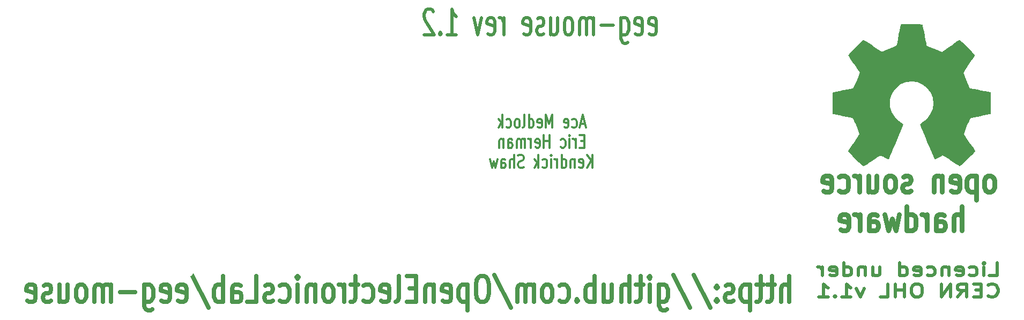
<source format=gbo>
G04 (created by PCBNEW-RS274X (2012-apr-16-27)-stable) date Sat 21 Dec 2013 03:19:58 PM CET*
G01*
G70*
G90*
%MOIN*%
G04 Gerber Fmt 3.4, Leading zero omitted, Abs format*
%FSLAX34Y34*%
G04 APERTURE LIST*
%ADD10C,0.008000*%
%ADD11C,0.012000*%
%ADD12C,0.020000*%
%ADD13C,0.025000*%
%ADD14C,0.030000*%
%ADD15C,0.000100*%
%ADD16R,0.059100X0.059100*%
%ADD17C,0.059100*%
%ADD18R,0.060000X0.060000*%
%ADD19C,0.060000*%
%ADD20C,0.106300*%
%ADD21C,0.145700*%
G04 APERTURE END LIST*
G54D10*
G54D11*
X54685Y-29795D02*
X54399Y-29795D01*
X54742Y-30024D02*
X54542Y-29224D01*
X54342Y-30024D01*
X53885Y-29986D02*
X53942Y-30024D01*
X54056Y-30024D01*
X54114Y-29986D01*
X54142Y-29948D01*
X54171Y-29871D01*
X54171Y-29643D01*
X54142Y-29567D01*
X54114Y-29529D01*
X54056Y-29490D01*
X53942Y-29490D01*
X53885Y-29529D01*
X53400Y-29986D02*
X53457Y-30024D01*
X53571Y-30024D01*
X53628Y-29986D01*
X53657Y-29910D01*
X53657Y-29605D01*
X53628Y-29529D01*
X53571Y-29490D01*
X53457Y-29490D01*
X53400Y-29529D01*
X53371Y-29605D01*
X53371Y-29681D01*
X53657Y-29757D01*
X52657Y-30024D02*
X52657Y-29224D01*
X52457Y-29795D01*
X52257Y-29224D01*
X52257Y-30024D01*
X51743Y-29986D02*
X51800Y-30024D01*
X51914Y-30024D01*
X51971Y-29986D01*
X52000Y-29910D01*
X52000Y-29605D01*
X51971Y-29529D01*
X51914Y-29490D01*
X51800Y-29490D01*
X51743Y-29529D01*
X51714Y-29605D01*
X51714Y-29681D01*
X52000Y-29757D01*
X51200Y-30024D02*
X51200Y-29224D01*
X51200Y-29986D02*
X51257Y-30024D01*
X51371Y-30024D01*
X51429Y-29986D01*
X51457Y-29948D01*
X51486Y-29871D01*
X51486Y-29643D01*
X51457Y-29567D01*
X51429Y-29529D01*
X51371Y-29490D01*
X51257Y-29490D01*
X51200Y-29529D01*
X50828Y-30024D02*
X50886Y-29986D01*
X50914Y-29910D01*
X50914Y-29224D01*
X50514Y-30024D02*
X50572Y-29986D01*
X50600Y-29948D01*
X50629Y-29871D01*
X50629Y-29643D01*
X50600Y-29567D01*
X50572Y-29529D01*
X50514Y-29490D01*
X50429Y-29490D01*
X50372Y-29529D01*
X50343Y-29567D01*
X50314Y-29643D01*
X50314Y-29871D01*
X50343Y-29948D01*
X50372Y-29986D01*
X50429Y-30024D01*
X50514Y-30024D01*
X49800Y-29986D02*
X49857Y-30024D01*
X49971Y-30024D01*
X50029Y-29986D01*
X50057Y-29948D01*
X50086Y-29871D01*
X50086Y-29643D01*
X50057Y-29567D01*
X50029Y-29529D01*
X49971Y-29490D01*
X49857Y-29490D01*
X49800Y-29529D01*
X49543Y-30024D02*
X49543Y-29224D01*
X49486Y-29719D02*
X49315Y-30024D01*
X49315Y-29490D02*
X49543Y-29795D01*
X54642Y-30845D02*
X54442Y-30845D01*
X54356Y-31264D02*
X54642Y-31264D01*
X54642Y-30464D01*
X54356Y-30464D01*
X54099Y-31264D02*
X54099Y-30730D01*
X54099Y-30883D02*
X54071Y-30807D01*
X54042Y-30769D01*
X53985Y-30730D01*
X53928Y-30730D01*
X53728Y-31264D02*
X53728Y-30730D01*
X53728Y-30464D02*
X53757Y-30502D01*
X53728Y-30540D01*
X53700Y-30502D01*
X53728Y-30464D01*
X53728Y-30540D01*
X53185Y-31226D02*
X53242Y-31264D01*
X53356Y-31264D01*
X53414Y-31226D01*
X53442Y-31188D01*
X53471Y-31111D01*
X53471Y-30883D01*
X53442Y-30807D01*
X53414Y-30769D01*
X53356Y-30730D01*
X53242Y-30730D01*
X53185Y-30769D01*
X52471Y-31264D02*
X52471Y-30464D01*
X52471Y-30845D02*
X52128Y-30845D01*
X52128Y-31264D02*
X52128Y-30464D01*
X51614Y-31226D02*
X51671Y-31264D01*
X51785Y-31264D01*
X51842Y-31226D01*
X51871Y-31150D01*
X51871Y-30845D01*
X51842Y-30769D01*
X51785Y-30730D01*
X51671Y-30730D01*
X51614Y-30769D01*
X51585Y-30845D01*
X51585Y-30921D01*
X51871Y-30997D01*
X51328Y-31264D02*
X51328Y-30730D01*
X51328Y-30883D02*
X51300Y-30807D01*
X51271Y-30769D01*
X51214Y-30730D01*
X51157Y-30730D01*
X50957Y-31264D02*
X50957Y-30730D01*
X50957Y-30807D02*
X50929Y-30769D01*
X50871Y-30730D01*
X50786Y-30730D01*
X50729Y-30769D01*
X50700Y-30845D01*
X50700Y-31264D01*
X50700Y-30845D02*
X50671Y-30769D01*
X50614Y-30730D01*
X50529Y-30730D01*
X50471Y-30769D01*
X50443Y-30845D01*
X50443Y-31264D01*
X49900Y-31264D02*
X49900Y-30845D01*
X49929Y-30769D01*
X49986Y-30730D01*
X50100Y-30730D01*
X50157Y-30769D01*
X49900Y-31226D02*
X49957Y-31264D01*
X50100Y-31264D01*
X50157Y-31226D01*
X50186Y-31150D01*
X50186Y-31073D01*
X50157Y-30997D01*
X50100Y-30959D01*
X49957Y-30959D01*
X49900Y-30921D01*
X49614Y-30730D02*
X49614Y-31264D01*
X49614Y-30807D02*
X49586Y-30769D01*
X49528Y-30730D01*
X49443Y-30730D01*
X49386Y-30769D01*
X49357Y-30845D01*
X49357Y-31264D01*
X55157Y-32504D02*
X55157Y-31704D01*
X54814Y-32504D02*
X55071Y-32047D01*
X54814Y-31704D02*
X55157Y-32161D01*
X54329Y-32466D02*
X54386Y-32504D01*
X54500Y-32504D01*
X54557Y-32466D01*
X54586Y-32390D01*
X54586Y-32085D01*
X54557Y-32009D01*
X54500Y-31970D01*
X54386Y-31970D01*
X54329Y-32009D01*
X54300Y-32085D01*
X54300Y-32161D01*
X54586Y-32237D01*
X54043Y-31970D02*
X54043Y-32504D01*
X54043Y-32047D02*
X54015Y-32009D01*
X53957Y-31970D01*
X53872Y-31970D01*
X53815Y-32009D01*
X53786Y-32085D01*
X53786Y-32504D01*
X53243Y-32504D02*
X53243Y-31704D01*
X53243Y-32466D02*
X53300Y-32504D01*
X53414Y-32504D01*
X53472Y-32466D01*
X53500Y-32428D01*
X53529Y-32351D01*
X53529Y-32123D01*
X53500Y-32047D01*
X53472Y-32009D01*
X53414Y-31970D01*
X53300Y-31970D01*
X53243Y-32009D01*
X52957Y-32504D02*
X52957Y-31970D01*
X52957Y-32123D02*
X52929Y-32047D01*
X52900Y-32009D01*
X52843Y-31970D01*
X52786Y-31970D01*
X52586Y-32504D02*
X52586Y-31970D01*
X52586Y-31704D02*
X52615Y-31742D01*
X52586Y-31780D01*
X52558Y-31742D01*
X52586Y-31704D01*
X52586Y-31780D01*
X52043Y-32466D02*
X52100Y-32504D01*
X52214Y-32504D01*
X52272Y-32466D01*
X52300Y-32428D01*
X52329Y-32351D01*
X52329Y-32123D01*
X52300Y-32047D01*
X52272Y-32009D01*
X52214Y-31970D01*
X52100Y-31970D01*
X52043Y-32009D01*
X51786Y-32504D02*
X51786Y-31704D01*
X51729Y-32199D02*
X51558Y-32504D01*
X51558Y-31970D02*
X51786Y-32275D01*
X50872Y-32466D02*
X50786Y-32504D01*
X50643Y-32504D01*
X50586Y-32466D01*
X50557Y-32428D01*
X50529Y-32351D01*
X50529Y-32275D01*
X50557Y-32199D01*
X50586Y-32161D01*
X50643Y-32123D01*
X50757Y-32085D01*
X50815Y-32047D01*
X50843Y-32009D01*
X50872Y-31932D01*
X50872Y-31856D01*
X50843Y-31780D01*
X50815Y-31742D01*
X50757Y-31704D01*
X50615Y-31704D01*
X50529Y-31742D01*
X50272Y-32504D02*
X50272Y-31704D01*
X50015Y-32504D02*
X50015Y-32085D01*
X50044Y-32009D01*
X50101Y-31970D01*
X50186Y-31970D01*
X50244Y-32009D01*
X50272Y-32047D01*
X49472Y-32504D02*
X49472Y-32085D01*
X49501Y-32009D01*
X49558Y-31970D01*
X49672Y-31970D01*
X49729Y-32009D01*
X49472Y-32466D02*
X49529Y-32504D01*
X49672Y-32504D01*
X49729Y-32466D01*
X49758Y-32390D01*
X49758Y-32313D01*
X49729Y-32237D01*
X49672Y-32199D01*
X49529Y-32199D01*
X49472Y-32161D01*
X49243Y-31970D02*
X49129Y-32504D01*
X49015Y-32123D01*
X48900Y-32504D01*
X48786Y-31970D01*
G54D12*
X58685Y-24171D02*
X58780Y-24248D01*
X58971Y-24248D01*
X59066Y-24171D01*
X59114Y-24019D01*
X59114Y-23410D01*
X59066Y-23257D01*
X58971Y-23181D01*
X58780Y-23181D01*
X58685Y-23257D01*
X58637Y-23410D01*
X58637Y-23562D01*
X59114Y-23714D01*
X57828Y-24171D02*
X57923Y-24248D01*
X58114Y-24248D01*
X58209Y-24171D01*
X58257Y-24019D01*
X58257Y-23410D01*
X58209Y-23257D01*
X58114Y-23181D01*
X57923Y-23181D01*
X57828Y-23257D01*
X57780Y-23410D01*
X57780Y-23562D01*
X58257Y-23714D01*
X56923Y-23181D02*
X56923Y-24476D01*
X56971Y-24629D01*
X57019Y-24705D01*
X57114Y-24781D01*
X57257Y-24781D01*
X57352Y-24705D01*
X56923Y-24171D02*
X57019Y-24248D01*
X57209Y-24248D01*
X57304Y-24171D01*
X57352Y-24095D01*
X57400Y-23943D01*
X57400Y-23486D01*
X57352Y-23333D01*
X57304Y-23257D01*
X57209Y-23181D01*
X57019Y-23181D01*
X56923Y-23257D01*
X56447Y-23638D02*
X55685Y-23638D01*
X55209Y-24248D02*
X55209Y-23181D01*
X55209Y-23333D02*
X55161Y-23257D01*
X55066Y-23181D01*
X54923Y-23181D01*
X54828Y-23257D01*
X54780Y-23410D01*
X54780Y-24248D01*
X54780Y-23410D02*
X54733Y-23257D01*
X54637Y-23181D01*
X54495Y-23181D01*
X54399Y-23257D01*
X54352Y-23410D01*
X54352Y-24248D01*
X53733Y-24248D02*
X53828Y-24171D01*
X53876Y-24095D01*
X53924Y-23943D01*
X53924Y-23486D01*
X53876Y-23333D01*
X53828Y-23257D01*
X53733Y-23181D01*
X53590Y-23181D01*
X53495Y-23257D01*
X53447Y-23333D01*
X53400Y-23486D01*
X53400Y-23943D01*
X53447Y-24095D01*
X53495Y-24171D01*
X53590Y-24248D01*
X53733Y-24248D01*
X52542Y-23181D02*
X52542Y-24248D01*
X52971Y-23181D02*
X52971Y-24019D01*
X52923Y-24171D01*
X52828Y-24248D01*
X52685Y-24248D01*
X52590Y-24171D01*
X52542Y-24095D01*
X52114Y-24171D02*
X52018Y-24248D01*
X51828Y-24248D01*
X51733Y-24171D01*
X51685Y-24019D01*
X51685Y-23943D01*
X51733Y-23790D01*
X51828Y-23714D01*
X51971Y-23714D01*
X52066Y-23638D01*
X52114Y-23486D01*
X52114Y-23410D01*
X52066Y-23257D01*
X51971Y-23181D01*
X51828Y-23181D01*
X51733Y-23257D01*
X50875Y-24171D02*
X50970Y-24248D01*
X51161Y-24248D01*
X51256Y-24171D01*
X51304Y-24019D01*
X51304Y-23410D01*
X51256Y-23257D01*
X51161Y-23181D01*
X50970Y-23181D01*
X50875Y-23257D01*
X50827Y-23410D01*
X50827Y-23562D01*
X51304Y-23714D01*
X49637Y-24248D02*
X49637Y-23181D01*
X49637Y-23486D02*
X49589Y-23333D01*
X49542Y-23257D01*
X49446Y-23181D01*
X49351Y-23181D01*
X48637Y-24171D02*
X48732Y-24248D01*
X48923Y-24248D01*
X49018Y-24171D01*
X49066Y-24019D01*
X49066Y-23410D01*
X49018Y-23257D01*
X48923Y-23181D01*
X48732Y-23181D01*
X48637Y-23257D01*
X48589Y-23410D01*
X48589Y-23562D01*
X49066Y-23714D01*
X48256Y-23181D02*
X48018Y-24248D01*
X47780Y-23181D01*
X46113Y-24248D02*
X46685Y-24248D01*
X46399Y-24248D02*
X46399Y-22648D01*
X46494Y-22876D01*
X46589Y-23029D01*
X46685Y-23105D01*
X45685Y-24095D02*
X45637Y-24171D01*
X45685Y-24248D01*
X45733Y-24171D01*
X45685Y-24095D01*
X45685Y-24248D01*
X45257Y-22800D02*
X45209Y-22724D01*
X45114Y-22648D01*
X44876Y-22648D01*
X44780Y-22724D01*
X44733Y-22800D01*
X44685Y-22952D01*
X44685Y-23105D01*
X44733Y-23333D01*
X45304Y-24248D01*
X44685Y-24248D01*
G54D13*
X67388Y-40848D02*
X67388Y-39248D01*
X66874Y-40848D02*
X66874Y-40010D01*
X66931Y-39857D01*
X67045Y-39781D01*
X67217Y-39781D01*
X67331Y-39857D01*
X67388Y-39933D01*
X66474Y-39781D02*
X66017Y-39781D01*
X66302Y-39248D02*
X66302Y-40619D01*
X66245Y-40771D01*
X66131Y-40848D01*
X66017Y-40848D01*
X65788Y-39781D02*
X65331Y-39781D01*
X65616Y-39248D02*
X65616Y-40619D01*
X65559Y-40771D01*
X65445Y-40848D01*
X65331Y-40848D01*
X64930Y-39781D02*
X64930Y-41381D01*
X64930Y-39857D02*
X64816Y-39781D01*
X64587Y-39781D01*
X64473Y-39857D01*
X64416Y-39933D01*
X64359Y-40086D01*
X64359Y-40543D01*
X64416Y-40695D01*
X64473Y-40771D01*
X64587Y-40848D01*
X64816Y-40848D01*
X64930Y-40771D01*
X63901Y-40771D02*
X63787Y-40848D01*
X63559Y-40848D01*
X63444Y-40771D01*
X63387Y-40619D01*
X63387Y-40543D01*
X63444Y-40390D01*
X63559Y-40314D01*
X63730Y-40314D01*
X63844Y-40238D01*
X63901Y-40086D01*
X63901Y-40010D01*
X63844Y-39857D01*
X63730Y-39781D01*
X63559Y-39781D01*
X63444Y-39857D01*
X62873Y-40695D02*
X62816Y-40771D01*
X62873Y-40848D01*
X62930Y-40771D01*
X62873Y-40695D01*
X62873Y-40848D01*
X62873Y-39857D02*
X62816Y-39933D01*
X62873Y-40010D01*
X62930Y-39933D01*
X62873Y-39857D01*
X62873Y-40010D01*
X61445Y-39171D02*
X62474Y-41229D01*
X60188Y-39171D02*
X61217Y-41229D01*
X59274Y-39781D02*
X59274Y-41076D01*
X59331Y-41229D01*
X59388Y-41305D01*
X59503Y-41381D01*
X59674Y-41381D01*
X59788Y-41305D01*
X59274Y-40771D02*
X59388Y-40848D01*
X59617Y-40848D01*
X59731Y-40771D01*
X59788Y-40695D01*
X59845Y-40543D01*
X59845Y-40086D01*
X59788Y-39933D01*
X59731Y-39857D01*
X59617Y-39781D01*
X59388Y-39781D01*
X59274Y-39857D01*
X58702Y-40848D02*
X58702Y-39781D01*
X58702Y-39248D02*
X58759Y-39324D01*
X58702Y-39400D01*
X58645Y-39324D01*
X58702Y-39248D01*
X58702Y-39400D01*
X58303Y-39781D02*
X57846Y-39781D01*
X58131Y-39248D02*
X58131Y-40619D01*
X58074Y-40771D01*
X57960Y-40848D01*
X57846Y-40848D01*
X57445Y-40848D02*
X57445Y-39248D01*
X56931Y-40848D02*
X56931Y-40010D01*
X56988Y-39857D01*
X57102Y-39781D01*
X57274Y-39781D01*
X57388Y-39857D01*
X57445Y-39933D01*
X55845Y-39781D02*
X55845Y-40848D01*
X56359Y-39781D02*
X56359Y-40619D01*
X56302Y-40771D01*
X56188Y-40848D01*
X56016Y-40848D01*
X55902Y-40771D01*
X55845Y-40695D01*
X55273Y-40848D02*
X55273Y-39248D01*
X55273Y-39857D02*
X55159Y-39781D01*
X54930Y-39781D01*
X54816Y-39857D01*
X54759Y-39933D01*
X54702Y-40086D01*
X54702Y-40543D01*
X54759Y-40695D01*
X54816Y-40771D01*
X54930Y-40848D01*
X55159Y-40848D01*
X55273Y-40771D01*
X54187Y-40695D02*
X54130Y-40771D01*
X54187Y-40848D01*
X54244Y-40771D01*
X54187Y-40695D01*
X54187Y-40848D01*
X53102Y-40771D02*
X53216Y-40848D01*
X53445Y-40848D01*
X53559Y-40771D01*
X53616Y-40695D01*
X53673Y-40543D01*
X53673Y-40086D01*
X53616Y-39933D01*
X53559Y-39857D01*
X53445Y-39781D01*
X53216Y-39781D01*
X53102Y-39857D01*
X52416Y-40848D02*
X52530Y-40771D01*
X52587Y-40695D01*
X52644Y-40543D01*
X52644Y-40086D01*
X52587Y-39933D01*
X52530Y-39857D01*
X52416Y-39781D01*
X52244Y-39781D01*
X52130Y-39857D01*
X52073Y-39933D01*
X52016Y-40086D01*
X52016Y-40543D01*
X52073Y-40695D01*
X52130Y-40771D01*
X52244Y-40848D01*
X52416Y-40848D01*
X51501Y-40848D02*
X51501Y-39781D01*
X51501Y-39933D02*
X51444Y-39857D01*
X51330Y-39781D01*
X51158Y-39781D01*
X51044Y-39857D01*
X50987Y-40010D01*
X50987Y-40848D01*
X50987Y-40010D02*
X50930Y-39857D01*
X50816Y-39781D01*
X50644Y-39781D01*
X50530Y-39857D01*
X50473Y-40010D01*
X50473Y-40848D01*
X49044Y-39171D02*
X50073Y-41229D01*
X48416Y-39248D02*
X48187Y-39248D01*
X48073Y-39324D01*
X47959Y-39476D01*
X47901Y-39781D01*
X47901Y-40314D01*
X47959Y-40619D01*
X48073Y-40771D01*
X48187Y-40848D01*
X48416Y-40848D01*
X48530Y-40771D01*
X48644Y-40619D01*
X48701Y-40314D01*
X48701Y-39781D01*
X48644Y-39476D01*
X48530Y-39324D01*
X48416Y-39248D01*
X47387Y-39781D02*
X47387Y-41381D01*
X47387Y-39857D02*
X47273Y-39781D01*
X47044Y-39781D01*
X46930Y-39857D01*
X46873Y-39933D01*
X46816Y-40086D01*
X46816Y-40543D01*
X46873Y-40695D01*
X46930Y-40771D01*
X47044Y-40848D01*
X47273Y-40848D01*
X47387Y-40771D01*
X45844Y-40771D02*
X45958Y-40848D01*
X46187Y-40848D01*
X46301Y-40771D01*
X46358Y-40619D01*
X46358Y-40010D01*
X46301Y-39857D01*
X46187Y-39781D01*
X45958Y-39781D01*
X45844Y-39857D01*
X45787Y-40010D01*
X45787Y-40162D01*
X46358Y-40314D01*
X45272Y-39781D02*
X45272Y-40848D01*
X45272Y-39933D02*
X45215Y-39857D01*
X45101Y-39781D01*
X44929Y-39781D01*
X44815Y-39857D01*
X44758Y-40010D01*
X44758Y-40848D01*
X44186Y-40010D02*
X43786Y-40010D01*
X43615Y-40848D02*
X44186Y-40848D01*
X44186Y-39248D01*
X43615Y-39248D01*
X42929Y-40848D02*
X43043Y-40771D01*
X43100Y-40619D01*
X43100Y-39248D01*
X42014Y-40771D02*
X42128Y-40848D01*
X42357Y-40848D01*
X42471Y-40771D01*
X42528Y-40619D01*
X42528Y-40010D01*
X42471Y-39857D01*
X42357Y-39781D01*
X42128Y-39781D01*
X42014Y-39857D01*
X41957Y-40010D01*
X41957Y-40162D01*
X42528Y-40314D01*
X40928Y-40771D02*
X41042Y-40848D01*
X41271Y-40848D01*
X41385Y-40771D01*
X41442Y-40695D01*
X41499Y-40543D01*
X41499Y-40086D01*
X41442Y-39933D01*
X41385Y-39857D01*
X41271Y-39781D01*
X41042Y-39781D01*
X40928Y-39857D01*
X40585Y-39781D02*
X40128Y-39781D01*
X40413Y-39248D02*
X40413Y-40619D01*
X40356Y-40771D01*
X40242Y-40848D01*
X40128Y-40848D01*
X39727Y-40848D02*
X39727Y-39781D01*
X39727Y-40086D02*
X39670Y-39933D01*
X39613Y-39857D01*
X39499Y-39781D01*
X39384Y-39781D01*
X38813Y-40848D02*
X38927Y-40771D01*
X38984Y-40695D01*
X39041Y-40543D01*
X39041Y-40086D01*
X38984Y-39933D01*
X38927Y-39857D01*
X38813Y-39781D01*
X38641Y-39781D01*
X38527Y-39857D01*
X38470Y-39933D01*
X38413Y-40086D01*
X38413Y-40543D01*
X38470Y-40695D01*
X38527Y-40771D01*
X38641Y-40848D01*
X38813Y-40848D01*
X37898Y-39781D02*
X37898Y-40848D01*
X37898Y-39933D02*
X37841Y-39857D01*
X37727Y-39781D01*
X37555Y-39781D01*
X37441Y-39857D01*
X37384Y-40010D01*
X37384Y-40848D01*
X36812Y-40848D02*
X36812Y-39781D01*
X36812Y-39248D02*
X36869Y-39324D01*
X36812Y-39400D01*
X36755Y-39324D01*
X36812Y-39248D01*
X36812Y-39400D01*
X35727Y-40771D02*
X35841Y-40848D01*
X36070Y-40848D01*
X36184Y-40771D01*
X36241Y-40695D01*
X36298Y-40543D01*
X36298Y-40086D01*
X36241Y-39933D01*
X36184Y-39857D01*
X36070Y-39781D01*
X35841Y-39781D01*
X35727Y-39857D01*
X35269Y-40771D02*
X35155Y-40848D01*
X34927Y-40848D01*
X34812Y-40771D01*
X34755Y-40619D01*
X34755Y-40543D01*
X34812Y-40390D01*
X34927Y-40314D01*
X35098Y-40314D01*
X35212Y-40238D01*
X35269Y-40086D01*
X35269Y-40010D01*
X35212Y-39857D01*
X35098Y-39781D01*
X34927Y-39781D01*
X34812Y-39857D01*
X33670Y-40848D02*
X34241Y-40848D01*
X34241Y-39248D01*
X32756Y-40848D02*
X32756Y-40010D01*
X32813Y-39857D01*
X32927Y-39781D01*
X33156Y-39781D01*
X33270Y-39857D01*
X32756Y-40771D02*
X32870Y-40848D01*
X33156Y-40848D01*
X33270Y-40771D01*
X33327Y-40619D01*
X33327Y-40467D01*
X33270Y-40314D01*
X33156Y-40238D01*
X32870Y-40238D01*
X32756Y-40162D01*
X32184Y-40848D02*
X32184Y-39248D01*
X32184Y-39857D02*
X32070Y-39781D01*
X31841Y-39781D01*
X31727Y-39857D01*
X31670Y-39933D01*
X31613Y-40086D01*
X31613Y-40543D01*
X31670Y-40695D01*
X31727Y-40771D01*
X31841Y-40848D01*
X32070Y-40848D01*
X32184Y-40771D01*
X30241Y-39171D02*
X31270Y-41229D01*
X29384Y-40771D02*
X29498Y-40848D01*
X29727Y-40848D01*
X29841Y-40771D01*
X29898Y-40619D01*
X29898Y-40010D01*
X29841Y-39857D01*
X29727Y-39781D01*
X29498Y-39781D01*
X29384Y-39857D01*
X29327Y-40010D01*
X29327Y-40162D01*
X29898Y-40314D01*
X28355Y-40771D02*
X28469Y-40848D01*
X28698Y-40848D01*
X28812Y-40771D01*
X28869Y-40619D01*
X28869Y-40010D01*
X28812Y-39857D01*
X28698Y-39781D01*
X28469Y-39781D01*
X28355Y-39857D01*
X28298Y-40010D01*
X28298Y-40162D01*
X28869Y-40314D01*
X27269Y-39781D02*
X27269Y-41076D01*
X27326Y-41229D01*
X27383Y-41305D01*
X27498Y-41381D01*
X27669Y-41381D01*
X27783Y-41305D01*
X27269Y-40771D02*
X27383Y-40848D01*
X27612Y-40848D01*
X27726Y-40771D01*
X27783Y-40695D01*
X27840Y-40543D01*
X27840Y-40086D01*
X27783Y-39933D01*
X27726Y-39857D01*
X27612Y-39781D01*
X27383Y-39781D01*
X27269Y-39857D01*
X26697Y-40238D02*
X25783Y-40238D01*
X25211Y-40848D02*
X25211Y-39781D01*
X25211Y-39933D02*
X25154Y-39857D01*
X25040Y-39781D01*
X24868Y-39781D01*
X24754Y-39857D01*
X24697Y-40010D01*
X24697Y-40848D01*
X24697Y-40010D02*
X24640Y-39857D01*
X24526Y-39781D01*
X24354Y-39781D01*
X24240Y-39857D01*
X24183Y-40010D01*
X24183Y-40848D01*
X23440Y-40848D02*
X23554Y-40771D01*
X23611Y-40695D01*
X23668Y-40543D01*
X23668Y-40086D01*
X23611Y-39933D01*
X23554Y-39857D01*
X23440Y-39781D01*
X23268Y-39781D01*
X23154Y-39857D01*
X23097Y-39933D01*
X23040Y-40086D01*
X23040Y-40543D01*
X23097Y-40695D01*
X23154Y-40771D01*
X23268Y-40848D01*
X23440Y-40848D01*
X22011Y-39781D02*
X22011Y-40848D01*
X22525Y-39781D02*
X22525Y-40619D01*
X22468Y-40771D01*
X22354Y-40848D01*
X22182Y-40848D01*
X22068Y-40771D01*
X22011Y-40695D01*
X21496Y-40771D02*
X21382Y-40848D01*
X21154Y-40848D01*
X21039Y-40771D01*
X20982Y-40619D01*
X20982Y-40543D01*
X21039Y-40390D01*
X21154Y-40314D01*
X21325Y-40314D01*
X21439Y-40238D01*
X21496Y-40086D01*
X21496Y-40010D01*
X21439Y-39857D01*
X21325Y-39781D01*
X21154Y-39781D01*
X21039Y-39857D01*
X20011Y-40771D02*
X20125Y-40848D01*
X20354Y-40848D01*
X20468Y-40771D01*
X20525Y-40619D01*
X20525Y-40010D01*
X20468Y-39857D01*
X20354Y-39781D01*
X20125Y-39781D01*
X20011Y-39857D01*
X19954Y-40010D01*
X19954Y-40162D01*
X20525Y-40314D01*
G54D12*
X79824Y-39224D02*
X80300Y-39224D01*
X80300Y-38424D01*
X79490Y-39224D02*
X79490Y-38690D01*
X79490Y-38424D02*
X79538Y-38462D01*
X79490Y-38500D01*
X79442Y-38462D01*
X79490Y-38424D01*
X79490Y-38500D01*
X78585Y-39186D02*
X78681Y-39224D01*
X78871Y-39224D01*
X78966Y-39186D01*
X79014Y-39148D01*
X79062Y-39071D01*
X79062Y-38843D01*
X79014Y-38767D01*
X78966Y-38729D01*
X78871Y-38690D01*
X78681Y-38690D01*
X78585Y-38729D01*
X77776Y-39186D02*
X77871Y-39224D01*
X78062Y-39224D01*
X78157Y-39186D01*
X78205Y-39110D01*
X78205Y-38805D01*
X78157Y-38729D01*
X78062Y-38690D01*
X77871Y-38690D01*
X77776Y-38729D01*
X77728Y-38805D01*
X77728Y-38881D01*
X78205Y-38957D01*
X77300Y-38690D02*
X77300Y-39224D01*
X77300Y-38767D02*
X77252Y-38729D01*
X77157Y-38690D01*
X77014Y-38690D01*
X76919Y-38729D01*
X76871Y-38805D01*
X76871Y-39224D01*
X75966Y-39186D02*
X76062Y-39224D01*
X76252Y-39224D01*
X76347Y-39186D01*
X76395Y-39148D01*
X76443Y-39071D01*
X76443Y-38843D01*
X76395Y-38767D01*
X76347Y-38729D01*
X76252Y-38690D01*
X76062Y-38690D01*
X75966Y-38729D01*
X75157Y-39186D02*
X75252Y-39224D01*
X75443Y-39224D01*
X75538Y-39186D01*
X75586Y-39110D01*
X75586Y-38805D01*
X75538Y-38729D01*
X75443Y-38690D01*
X75252Y-38690D01*
X75157Y-38729D01*
X75109Y-38805D01*
X75109Y-38881D01*
X75586Y-38957D01*
X74252Y-39224D02*
X74252Y-38424D01*
X74252Y-39186D02*
X74348Y-39224D01*
X74538Y-39224D01*
X74633Y-39186D01*
X74681Y-39148D01*
X74729Y-39071D01*
X74729Y-38843D01*
X74681Y-38767D01*
X74633Y-38729D01*
X74538Y-38690D01*
X74348Y-38690D01*
X74252Y-38729D01*
X72585Y-38690D02*
X72585Y-39224D01*
X73014Y-38690D02*
X73014Y-39110D01*
X72966Y-39186D01*
X72871Y-39224D01*
X72728Y-39224D01*
X72633Y-39186D01*
X72585Y-39148D01*
X72109Y-38690D02*
X72109Y-39224D01*
X72109Y-38767D02*
X72061Y-38729D01*
X71966Y-38690D01*
X71823Y-38690D01*
X71728Y-38729D01*
X71680Y-38805D01*
X71680Y-39224D01*
X70775Y-39224D02*
X70775Y-38424D01*
X70775Y-39186D02*
X70871Y-39224D01*
X71061Y-39224D01*
X71156Y-39186D01*
X71204Y-39148D01*
X71252Y-39071D01*
X71252Y-38843D01*
X71204Y-38767D01*
X71156Y-38729D01*
X71061Y-38690D01*
X70871Y-38690D01*
X70775Y-38729D01*
X69918Y-39186D02*
X70013Y-39224D01*
X70204Y-39224D01*
X70299Y-39186D01*
X70347Y-39110D01*
X70347Y-38805D01*
X70299Y-38729D01*
X70204Y-38690D01*
X70013Y-38690D01*
X69918Y-38729D01*
X69870Y-38805D01*
X69870Y-38881D01*
X70347Y-38957D01*
X69442Y-39224D02*
X69442Y-38690D01*
X69442Y-38843D02*
X69394Y-38767D01*
X69347Y-38729D01*
X69251Y-38690D01*
X69156Y-38690D01*
X79752Y-40468D02*
X79800Y-40506D01*
X79943Y-40544D01*
X80038Y-40544D01*
X80181Y-40506D01*
X80276Y-40430D01*
X80324Y-40353D01*
X80372Y-40201D01*
X80372Y-40087D01*
X80324Y-39934D01*
X80276Y-39858D01*
X80181Y-39782D01*
X80038Y-39744D01*
X79943Y-39744D01*
X79800Y-39782D01*
X79752Y-39820D01*
X79324Y-40125D02*
X78991Y-40125D01*
X78848Y-40544D02*
X79324Y-40544D01*
X79324Y-39744D01*
X78848Y-39744D01*
X77847Y-40544D02*
X78181Y-40163D01*
X78419Y-40544D02*
X78419Y-39744D01*
X78038Y-39744D01*
X77943Y-39782D01*
X77895Y-39820D01*
X77847Y-39896D01*
X77847Y-40010D01*
X77895Y-40087D01*
X77943Y-40125D01*
X78038Y-40163D01*
X78419Y-40163D01*
X77419Y-40544D02*
X77419Y-39744D01*
X76847Y-40544D01*
X76847Y-39744D01*
X75418Y-39744D02*
X75228Y-39744D01*
X75133Y-39782D01*
X75037Y-39858D01*
X74990Y-40010D01*
X74990Y-40277D01*
X75037Y-40430D01*
X75133Y-40506D01*
X75228Y-40544D01*
X75418Y-40544D01*
X75514Y-40506D01*
X75609Y-40430D01*
X75657Y-40277D01*
X75657Y-40010D01*
X75609Y-39858D01*
X75514Y-39782D01*
X75418Y-39744D01*
X74561Y-40544D02*
X74561Y-39744D01*
X74561Y-40125D02*
X73989Y-40125D01*
X73989Y-40544D02*
X73989Y-39744D01*
X73037Y-40544D02*
X73513Y-40544D01*
X73513Y-39744D01*
X72036Y-40010D02*
X71798Y-40544D01*
X71560Y-40010D01*
X70655Y-40544D02*
X71227Y-40544D01*
X70941Y-40544D02*
X70941Y-39744D01*
X71036Y-39858D01*
X71131Y-39934D01*
X71227Y-39972D01*
X70227Y-40468D02*
X70179Y-40506D01*
X70227Y-40544D01*
X70275Y-40506D01*
X70227Y-40468D01*
X70227Y-40544D01*
X69227Y-40544D02*
X69799Y-40544D01*
X69513Y-40544D02*
X69513Y-39744D01*
X69608Y-39858D01*
X69703Y-39934D01*
X69799Y-39972D01*
G54D14*
X79915Y-34007D02*
X80029Y-33936D01*
X80086Y-33864D01*
X80143Y-33721D01*
X80143Y-33293D01*
X80086Y-33150D01*
X80029Y-33079D01*
X79915Y-33007D01*
X79743Y-33007D01*
X79629Y-33079D01*
X79572Y-33150D01*
X79515Y-33293D01*
X79515Y-33721D01*
X79572Y-33864D01*
X79629Y-33936D01*
X79743Y-34007D01*
X79915Y-34007D01*
X79000Y-33007D02*
X79000Y-34507D01*
X79000Y-33079D02*
X78886Y-33007D01*
X78657Y-33007D01*
X78543Y-33079D01*
X78486Y-33150D01*
X78429Y-33293D01*
X78429Y-33721D01*
X78486Y-33864D01*
X78543Y-33936D01*
X78657Y-34007D01*
X78886Y-34007D01*
X79000Y-33936D01*
X77457Y-33936D02*
X77571Y-34007D01*
X77800Y-34007D01*
X77914Y-33936D01*
X77971Y-33793D01*
X77971Y-33221D01*
X77914Y-33079D01*
X77800Y-33007D01*
X77571Y-33007D01*
X77457Y-33079D01*
X77400Y-33221D01*
X77400Y-33364D01*
X77971Y-33507D01*
X76885Y-33007D02*
X76885Y-34007D01*
X76885Y-33150D02*
X76828Y-33079D01*
X76714Y-33007D01*
X76542Y-33007D01*
X76428Y-33079D01*
X76371Y-33221D01*
X76371Y-34007D01*
X74942Y-33936D02*
X74828Y-34007D01*
X74600Y-34007D01*
X74485Y-33936D01*
X74428Y-33793D01*
X74428Y-33721D01*
X74485Y-33579D01*
X74600Y-33507D01*
X74771Y-33507D01*
X74885Y-33436D01*
X74942Y-33293D01*
X74942Y-33221D01*
X74885Y-33079D01*
X74771Y-33007D01*
X74600Y-33007D01*
X74485Y-33079D01*
X73743Y-34007D02*
X73857Y-33936D01*
X73914Y-33864D01*
X73971Y-33721D01*
X73971Y-33293D01*
X73914Y-33150D01*
X73857Y-33079D01*
X73743Y-33007D01*
X73571Y-33007D01*
X73457Y-33079D01*
X73400Y-33150D01*
X73343Y-33293D01*
X73343Y-33721D01*
X73400Y-33864D01*
X73457Y-33936D01*
X73571Y-34007D01*
X73743Y-34007D01*
X72314Y-33007D02*
X72314Y-34007D01*
X72828Y-33007D02*
X72828Y-33793D01*
X72771Y-33936D01*
X72657Y-34007D01*
X72485Y-34007D01*
X72371Y-33936D01*
X72314Y-33864D01*
X71742Y-34007D02*
X71742Y-33007D01*
X71742Y-33293D02*
X71685Y-33150D01*
X71628Y-33079D01*
X71514Y-33007D01*
X71399Y-33007D01*
X70485Y-33936D02*
X70599Y-34007D01*
X70828Y-34007D01*
X70942Y-33936D01*
X70999Y-33864D01*
X71056Y-33721D01*
X71056Y-33293D01*
X70999Y-33150D01*
X70942Y-33079D01*
X70828Y-33007D01*
X70599Y-33007D01*
X70485Y-33079D01*
X69513Y-33936D02*
X69627Y-34007D01*
X69856Y-34007D01*
X69970Y-33936D01*
X70027Y-33793D01*
X70027Y-33221D01*
X69970Y-33079D01*
X69856Y-33007D01*
X69627Y-33007D01*
X69513Y-33079D01*
X69456Y-33221D01*
X69456Y-33364D01*
X70027Y-33507D01*
X78115Y-36407D02*
X78115Y-34907D01*
X77601Y-36407D02*
X77601Y-35621D01*
X77658Y-35479D01*
X77772Y-35407D01*
X77944Y-35407D01*
X78058Y-35479D01*
X78115Y-35550D01*
X76515Y-36407D02*
X76515Y-35621D01*
X76572Y-35479D01*
X76686Y-35407D01*
X76915Y-35407D01*
X77029Y-35479D01*
X76515Y-36336D02*
X76629Y-36407D01*
X76915Y-36407D01*
X77029Y-36336D01*
X77086Y-36193D01*
X77086Y-36050D01*
X77029Y-35907D01*
X76915Y-35836D01*
X76629Y-35836D01*
X76515Y-35764D01*
X75943Y-36407D02*
X75943Y-35407D01*
X75943Y-35693D02*
X75886Y-35550D01*
X75829Y-35479D01*
X75715Y-35407D01*
X75600Y-35407D01*
X74686Y-36407D02*
X74686Y-34907D01*
X74686Y-36336D02*
X74800Y-36407D01*
X75029Y-36407D01*
X75143Y-36336D01*
X75200Y-36264D01*
X75257Y-36121D01*
X75257Y-35693D01*
X75200Y-35550D01*
X75143Y-35479D01*
X75029Y-35407D01*
X74800Y-35407D01*
X74686Y-35479D01*
X74229Y-35407D02*
X74000Y-36407D01*
X73771Y-35693D01*
X73543Y-36407D01*
X73314Y-35407D01*
X72343Y-36407D02*
X72343Y-35621D01*
X72400Y-35479D01*
X72514Y-35407D01*
X72743Y-35407D01*
X72857Y-35479D01*
X72343Y-36336D02*
X72457Y-36407D01*
X72743Y-36407D01*
X72857Y-36336D01*
X72914Y-36193D01*
X72914Y-36050D01*
X72857Y-35907D01*
X72743Y-35836D01*
X72457Y-35836D01*
X72343Y-35764D01*
X71771Y-36407D02*
X71771Y-35407D01*
X71771Y-35693D02*
X71714Y-35550D01*
X71657Y-35479D01*
X71543Y-35407D01*
X71428Y-35407D01*
X70571Y-36336D02*
X70685Y-36407D01*
X70914Y-36407D01*
X71028Y-36336D01*
X71085Y-36193D01*
X71085Y-35621D01*
X71028Y-35479D01*
X70914Y-35407D01*
X70685Y-35407D01*
X70571Y-35479D01*
X70514Y-35621D01*
X70514Y-35764D01*
X71085Y-35907D01*
G54D15*
G36*
X77984Y-32421D02*
X77932Y-32394D01*
X77817Y-32322D01*
X77653Y-32214D01*
X77458Y-32084D01*
X77264Y-31952D01*
X77103Y-31845D01*
X76991Y-31773D01*
X76944Y-31747D01*
X76919Y-31756D01*
X76826Y-31801D01*
X76692Y-31870D01*
X76614Y-31911D01*
X76490Y-31964D01*
X76429Y-31975D01*
X76419Y-31958D01*
X76374Y-31864D01*
X76303Y-31703D01*
X76210Y-31489D01*
X76103Y-31239D01*
X75990Y-30970D01*
X75875Y-30695D01*
X75766Y-30433D01*
X75670Y-30198D01*
X75593Y-30006D01*
X75542Y-29873D01*
X75523Y-29815D01*
X75529Y-29803D01*
X75591Y-29743D01*
X75699Y-29663D01*
X75931Y-29474D01*
X76161Y-29187D01*
X76301Y-28861D01*
X76348Y-28499D01*
X76308Y-28163D01*
X76176Y-27839D01*
X75951Y-27549D01*
X75679Y-27333D01*
X75359Y-27196D01*
X75001Y-27152D01*
X74657Y-27191D01*
X74327Y-27321D01*
X74037Y-27542D01*
X73915Y-27683D01*
X73745Y-27977D01*
X73649Y-28293D01*
X73639Y-28374D01*
X73653Y-28719D01*
X73755Y-29050D01*
X73938Y-29347D01*
X74191Y-29590D01*
X74223Y-29612D01*
X74340Y-29700D01*
X74419Y-29761D01*
X74480Y-29811D01*
X74040Y-30871D01*
X73970Y-31039D01*
X73849Y-31329D01*
X73743Y-31578D01*
X73658Y-31777D01*
X73600Y-31909D01*
X73574Y-31963D01*
X73571Y-31966D01*
X73532Y-31972D01*
X73451Y-31943D01*
X73304Y-31871D01*
X73206Y-31821D01*
X73093Y-31767D01*
X73042Y-31747D01*
X73000Y-31770D01*
X72892Y-31840D01*
X72734Y-31945D01*
X72545Y-32074D01*
X72365Y-32196D01*
X72198Y-32307D01*
X72077Y-32384D01*
X72019Y-32415D01*
X72009Y-32415D01*
X71957Y-32386D01*
X71863Y-32307D01*
X71718Y-32170D01*
X71513Y-31969D01*
X71483Y-31938D01*
X71315Y-31767D01*
X71178Y-31624D01*
X71087Y-31522D01*
X71054Y-31475D01*
X71054Y-31475D01*
X71084Y-31418D01*
X71160Y-31297D01*
X71270Y-31129D01*
X71405Y-30932D01*
X71755Y-30422D01*
X71563Y-29941D01*
X71504Y-29794D01*
X71429Y-29615D01*
X71372Y-29488D01*
X71344Y-29432D01*
X71291Y-29414D01*
X71160Y-29382D01*
X70969Y-29343D01*
X70741Y-29300D01*
X70525Y-29260D01*
X70328Y-29223D01*
X70187Y-29196D01*
X70123Y-29183D01*
X70108Y-29174D01*
X70095Y-29143D01*
X70087Y-29076D01*
X70082Y-28957D01*
X70080Y-28770D01*
X70080Y-28499D01*
X70080Y-28469D01*
X70082Y-28210D01*
X70086Y-28004D01*
X70094Y-27868D01*
X70103Y-27815D01*
X70104Y-27814D01*
X70164Y-27799D01*
X70303Y-27770D01*
X70499Y-27731D01*
X70732Y-27687D01*
X70747Y-27684D01*
X70980Y-27639D01*
X71175Y-27599D01*
X71311Y-27567D01*
X71369Y-27549D01*
X71381Y-27533D01*
X71428Y-27442D01*
X71495Y-27298D01*
X71572Y-27121D01*
X71647Y-26939D01*
X71713Y-26774D01*
X71758Y-26651D01*
X71771Y-26596D01*
X71770Y-26595D01*
X71735Y-26538D01*
X71655Y-26418D01*
X71542Y-26251D01*
X71406Y-26053D01*
X71396Y-26038D01*
X71262Y-25841D01*
X71154Y-25675D01*
X71081Y-25556D01*
X71054Y-25503D01*
X71055Y-25499D01*
X71099Y-25440D01*
X71199Y-25329D01*
X71342Y-25179D01*
X71515Y-25005D01*
X71570Y-24951D01*
X71761Y-24764D01*
X71894Y-24642D01*
X71976Y-24577D01*
X72016Y-24563D01*
X72018Y-24564D01*
X72077Y-24599D01*
X72201Y-24680D01*
X72370Y-24794D01*
X72569Y-24930D01*
X72584Y-24940D01*
X72780Y-25073D01*
X72944Y-25184D01*
X73060Y-25261D01*
X73111Y-25292D01*
X73120Y-25292D01*
X73200Y-25269D01*
X73340Y-25219D01*
X73512Y-25153D01*
X73694Y-25080D01*
X73859Y-25010D01*
X73983Y-24953D01*
X74042Y-24920D01*
X74043Y-24917D01*
X74064Y-24847D01*
X74098Y-24700D01*
X74140Y-24497D01*
X74186Y-24256D01*
X74193Y-24217D01*
X74238Y-23983D01*
X74275Y-23789D01*
X74303Y-23655D01*
X74316Y-23600D01*
X74349Y-23592D01*
X74465Y-23584D01*
X74639Y-23579D01*
X74851Y-23577D01*
X75075Y-23579D01*
X75293Y-23583D01*
X75478Y-23590D01*
X75611Y-23599D01*
X75667Y-23610D01*
X75669Y-23613D01*
X75689Y-23686D01*
X75721Y-23834D01*
X75763Y-24037D01*
X75809Y-24279D01*
X75817Y-24321D01*
X75861Y-24555D01*
X75900Y-24747D01*
X75929Y-24879D01*
X75944Y-24931D01*
X75965Y-24942D01*
X76061Y-24984D01*
X76218Y-25049D01*
X76412Y-25128D01*
X76863Y-25310D01*
X77415Y-24932D01*
X77466Y-24897D01*
X77665Y-24762D01*
X77828Y-24653D01*
X77942Y-24580D01*
X77988Y-24553D01*
X77992Y-24555D01*
X78048Y-24603D01*
X78157Y-24706D01*
X78306Y-24851D01*
X78481Y-25024D01*
X78609Y-25153D01*
X78761Y-25308D01*
X78858Y-25413D01*
X78910Y-25479D01*
X78929Y-25520D01*
X78924Y-25547D01*
X78888Y-25603D01*
X78807Y-25724D01*
X78694Y-25892D01*
X78559Y-26088D01*
X78449Y-26251D01*
X78329Y-26436D01*
X78251Y-26569D01*
X78224Y-26634D01*
X78230Y-26660D01*
X78269Y-26768D01*
X78335Y-26932D01*
X78418Y-27127D01*
X78610Y-27564D01*
X78897Y-27619D01*
X79070Y-27652D01*
X79313Y-27698D01*
X79546Y-27743D01*
X79908Y-27814D01*
X79921Y-29149D01*
X79865Y-29173D01*
X79812Y-29187D01*
X79677Y-29217D01*
X79485Y-29256D01*
X79259Y-29298D01*
X79065Y-29334D01*
X78871Y-29371D01*
X78732Y-29398D01*
X78670Y-29411D01*
X78654Y-29432D01*
X78605Y-29527D01*
X78537Y-29676D01*
X78459Y-29856D01*
X78381Y-30043D01*
X78313Y-30215D01*
X78265Y-30346D01*
X78247Y-30414D01*
X78274Y-30465D01*
X78347Y-30580D01*
X78454Y-30742D01*
X78586Y-30936D01*
X78718Y-31129D01*
X78830Y-31294D01*
X78908Y-31413D01*
X78940Y-31467D01*
X78924Y-31504D01*
X78846Y-31598D01*
X78701Y-31749D01*
X78484Y-31963D01*
X78449Y-31998D01*
X78276Y-32163D01*
X78131Y-32298D01*
X78029Y-32388D01*
X77984Y-32421D01*
X77984Y-32421D01*
G37*
%LPC*%
G54D16*
X72250Y-45500D03*
G54D17*
X71250Y-45500D03*
X68250Y-45500D03*
X67250Y-45500D03*
X66250Y-45500D03*
G54D18*
X35000Y-24000D03*
G54D19*
X36000Y-24000D03*
X35000Y-25000D03*
X36000Y-25000D03*
X35000Y-26000D03*
X36000Y-26000D03*
X35000Y-27000D03*
X36000Y-27000D03*
X35000Y-28000D03*
X36000Y-28000D03*
X71490Y-41080D03*
X72490Y-41080D03*
X73490Y-41080D03*
X74490Y-41080D03*
X75490Y-41080D03*
X76490Y-41080D03*
X77490Y-41080D03*
X78490Y-41080D03*
X80480Y-41080D03*
X81480Y-41080D03*
X82480Y-41080D03*
X83480Y-41080D03*
X84480Y-41080D03*
X85480Y-41080D03*
X85510Y-30400D03*
X85510Y-31400D03*
X85510Y-32400D03*
X86510Y-32400D03*
X86510Y-31400D03*
X86510Y-30400D03*
X85510Y-22000D03*
X84510Y-22000D03*
X83510Y-22000D03*
X82510Y-22000D03*
X81510Y-22000D03*
X80510Y-22000D03*
X79510Y-22000D03*
X78510Y-22000D03*
X77000Y-22000D03*
X76000Y-22000D03*
X75000Y-22000D03*
X74000Y-22000D03*
X73000Y-22000D03*
X72000Y-22000D03*
X71000Y-22000D03*
X70000Y-22000D03*
X69000Y-22000D03*
X68000Y-22000D03*
G54D18*
X16000Y-23000D03*
G54D19*
X17000Y-23000D03*
X16000Y-28000D03*
X17000Y-24000D03*
X16000Y-29000D03*
X17000Y-25000D03*
X16000Y-30000D03*
X17000Y-26000D03*
X16000Y-31000D03*
X17000Y-27000D03*
X16000Y-32000D03*
X17000Y-28000D03*
X16000Y-33000D03*
X17000Y-29000D03*
X16000Y-34000D03*
X17000Y-30000D03*
X16000Y-35000D03*
X17000Y-31000D03*
X16000Y-36000D03*
X17000Y-32000D03*
X16000Y-37000D03*
X17000Y-33000D03*
X16000Y-38000D03*
X17000Y-34000D03*
X17000Y-35000D03*
X16000Y-39000D03*
X17000Y-36000D03*
X17000Y-38000D03*
X17000Y-39000D03*
X17000Y-40000D03*
X17000Y-41000D03*
X16000Y-40000D03*
X16000Y-41000D03*
X16000Y-24000D03*
X16000Y-25000D03*
X16000Y-26000D03*
X16000Y-27000D03*
X16000Y-42000D03*
X17000Y-42000D03*
X17000Y-37000D03*
G54D18*
X91000Y-42000D03*
G54D19*
X91000Y-41000D03*
X91000Y-40000D03*
X91000Y-39000D03*
G54D18*
X91000Y-32000D03*
G54D19*
X91000Y-33000D03*
X91000Y-34000D03*
X91000Y-35000D03*
X91000Y-36000D03*
X91000Y-37000D03*
G54D16*
X54250Y-45500D03*
G54D17*
X53250Y-45500D03*
X50250Y-45500D03*
X49250Y-45500D03*
X48250Y-45500D03*
G54D18*
X78000Y-44000D03*
G54D19*
X78000Y-43000D03*
G54D18*
X38000Y-43000D03*
G54D19*
X38000Y-42000D03*
X39000Y-43000D03*
X39000Y-42000D03*
X89150Y-27000D03*
X89150Y-28000D03*
X89937Y-28000D03*
X89937Y-27000D03*
G54D20*
X91000Y-25138D03*
X91000Y-29862D03*
G54D18*
X30000Y-32000D03*
G54D19*
X31000Y-32000D03*
X30000Y-33000D03*
X31000Y-33000D03*
X30000Y-34000D03*
X31000Y-34000D03*
X30000Y-35000D03*
X31000Y-35000D03*
X30000Y-36000D03*
X31000Y-36000D03*
X30000Y-37000D03*
X31000Y-37000D03*
X30000Y-38000D03*
X31000Y-38000D03*
X30000Y-39000D03*
X31000Y-39000D03*
G54D18*
X30000Y-24000D03*
G54D19*
X31000Y-24000D03*
X30000Y-25000D03*
X31000Y-25000D03*
X30000Y-26000D03*
X31000Y-26000D03*
X30000Y-27000D03*
X31000Y-27000D03*
X30000Y-28000D03*
X31000Y-28000D03*
X30000Y-29000D03*
X31000Y-29000D03*
X30000Y-30000D03*
X31000Y-30000D03*
X30000Y-31000D03*
X31000Y-31000D03*
G54D18*
X85510Y-25400D03*
G54D19*
X86510Y-25400D03*
X85510Y-26400D03*
X86510Y-26400D03*
X85510Y-27400D03*
X86510Y-27400D03*
X85510Y-28400D03*
X86510Y-28400D03*
X85510Y-29400D03*
X86510Y-29400D03*
G54D21*
X18701Y-20669D03*
X18701Y-44291D03*
X89567Y-20669D03*
X89567Y-44291D03*
X60039Y-44291D03*
X60039Y-20669D03*
X42323Y-44291D03*
X42323Y-20669D03*
M02*

</source>
